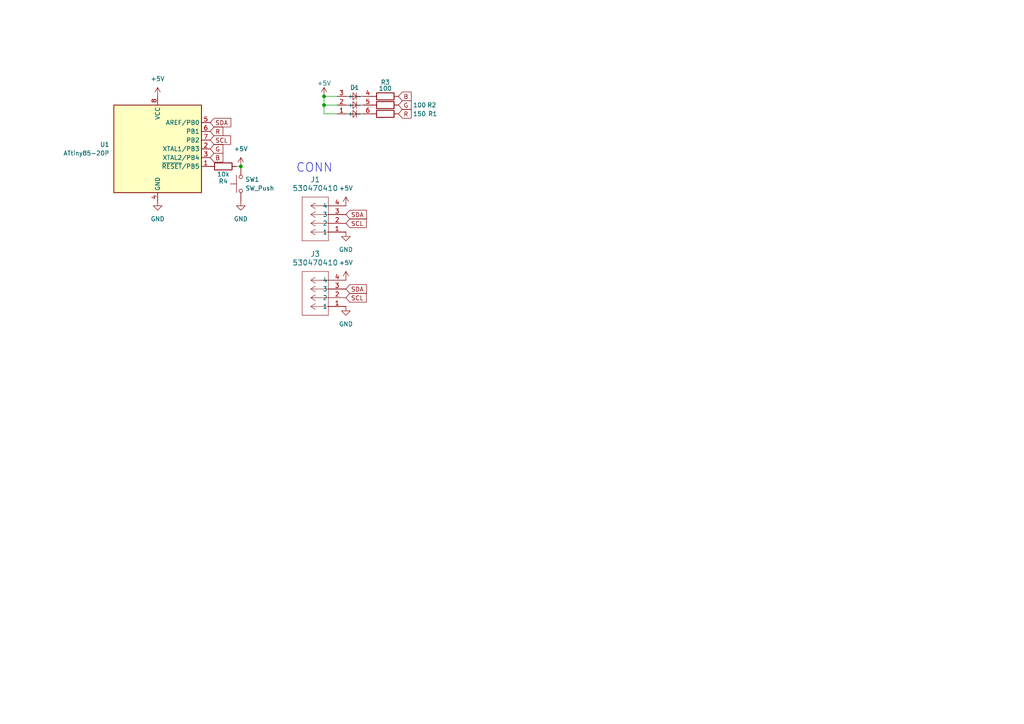
<source format=kicad_sch>
(kicad_sch
	(version 20250114)
	(generator "eeschema")
	(generator_version "9.0")
	(uuid "c44f5839-ac7a-4032-b822-4da467f6f6b5")
	(paper "A4")
	(lib_symbols
		(symbol "CONN04_530470410_MOL:530470410"
			(pin_names
				(offset 0.254)
			)
			(exclude_from_sim no)
			(in_bom yes)
			(on_board yes)
			(property "Reference" "J"
				(at 8.89 6.35 0)
				(effects
					(font
						(size 1.524 1.524)
					)
				)
			)
			(property "Value" "530470410"
				(at 0 0 0)
				(effects
					(font
						(size 1.524 1.524)
					)
				)
			)
			(property "Footprint" "CONN04_530470410_MOL"
				(at 0 0 0)
				(effects
					(font
						(size 1.27 1.27)
						(italic yes)
					)
					(hide yes)
				)
			)
			(property "Datasheet" "530470410"
				(at 0 0 0)
				(effects
					(font
						(size 1.27 1.27)
						(italic yes)
					)
					(hide yes)
				)
			)
			(property "Description" ""
				(at 0 0 0)
				(effects
					(font
						(size 1.27 1.27)
					)
					(hide yes)
				)
			)
			(property "ki_locked" ""
				(at 0 0 0)
				(effects
					(font
						(size 1.27 1.27)
					)
				)
			)
			(property "ki_keywords" "530470410"
				(at 0 0 0)
				(effects
					(font
						(size 1.27 1.27)
					)
					(hide yes)
				)
			)
			(property "ki_fp_filters" "CONN04_530470410_MOL"
				(at 0 0 0)
				(effects
					(font
						(size 1.27 1.27)
					)
					(hide yes)
				)
			)
			(symbol "530470410_1_1"
				(polyline
					(pts
						(xy 5.08 2.54) (xy 5.08 -10.16)
					)
					(stroke
						(width 0.127)
						(type default)
					)
					(fill
						(type none)
					)
				)
				(polyline
					(pts
						(xy 5.08 -10.16) (xy 12.7 -10.16)
					)
					(stroke
						(width 0.127)
						(type default)
					)
					(fill
						(type none)
					)
				)
				(polyline
					(pts
						(xy 10.16 0) (xy 5.08 0)
					)
					(stroke
						(width 0.127)
						(type default)
					)
					(fill
						(type none)
					)
				)
				(polyline
					(pts
						(xy 10.16 0) (xy 8.89 0.8467)
					)
					(stroke
						(width 0.127)
						(type default)
					)
					(fill
						(type none)
					)
				)
				(polyline
					(pts
						(xy 10.16 0) (xy 8.89 -0.8467)
					)
					(stroke
						(width 0.127)
						(type default)
					)
					(fill
						(type none)
					)
				)
				(polyline
					(pts
						(xy 10.16 -2.54) (xy 5.08 -2.54)
					)
					(stroke
						(width 0.127)
						(type default)
					)
					(fill
						(type none)
					)
				)
				(polyline
					(pts
						(xy 10.16 -2.54) (xy 8.89 -1.6933)
					)
					(stroke
						(width 0.127)
						(type default)
					)
					(fill
						(type none)
					)
				)
				(polyline
					(pts
						(xy 10.16 -2.54) (xy 8.89 -3.3867)
					)
					(stroke
						(width 0.127)
						(type default)
					)
					(fill
						(type none)
					)
				)
				(polyline
					(pts
						(xy 10.16 -5.08) (xy 5.08 -5.08)
					)
					(stroke
						(width 0.127)
						(type default)
					)
					(fill
						(type none)
					)
				)
				(polyline
					(pts
						(xy 10.16 -5.08) (xy 8.89 -4.2333)
					)
					(stroke
						(width 0.127)
						(type default)
					)
					(fill
						(type none)
					)
				)
				(polyline
					(pts
						(xy 10.16 -5.08) (xy 8.89 -5.9267)
					)
					(stroke
						(width 0.127)
						(type default)
					)
					(fill
						(type none)
					)
				)
				(polyline
					(pts
						(xy 10.16 -7.62) (xy 5.08 -7.62)
					)
					(stroke
						(width 0.127)
						(type default)
					)
					(fill
						(type none)
					)
				)
				(polyline
					(pts
						(xy 10.16 -7.62) (xy 8.89 -6.7733)
					)
					(stroke
						(width 0.127)
						(type default)
					)
					(fill
						(type none)
					)
				)
				(polyline
					(pts
						(xy 10.16 -7.62) (xy 8.89 -8.4667)
					)
					(stroke
						(width 0.127)
						(type default)
					)
					(fill
						(type none)
					)
				)
				(polyline
					(pts
						(xy 12.7 2.54) (xy 5.08 2.54)
					)
					(stroke
						(width 0.127)
						(type default)
					)
					(fill
						(type none)
					)
				)
				(polyline
					(pts
						(xy 12.7 -10.16) (xy 12.7 2.54)
					)
					(stroke
						(width 0.127)
						(type default)
					)
					(fill
						(type none)
					)
				)
				(pin unspecified line
					(at 0 0 0)
					(length 5.08)
					(name "1"
						(effects
							(font
								(size 1.27 1.27)
							)
						)
					)
					(number "1"
						(effects
							(font
								(size 1.27 1.27)
							)
						)
					)
				)
				(pin unspecified line
					(at 0 -2.54 0)
					(length 5.08)
					(name "2"
						(effects
							(font
								(size 1.27 1.27)
							)
						)
					)
					(number "2"
						(effects
							(font
								(size 1.27 1.27)
							)
						)
					)
				)
				(pin unspecified line
					(at 0 -5.08 0)
					(length 5.08)
					(name "3"
						(effects
							(font
								(size 1.27 1.27)
							)
						)
					)
					(number "3"
						(effects
							(font
								(size 1.27 1.27)
							)
						)
					)
				)
				(pin unspecified line
					(at 0 -7.62 0)
					(length 5.08)
					(name "4"
						(effects
							(font
								(size 1.27 1.27)
							)
						)
					)
					(number "4"
						(effects
							(font
								(size 1.27 1.27)
							)
						)
					)
				)
			)
			(symbol "530470410_1_2"
				(polyline
					(pts
						(xy 5.08 2.54) (xy 5.08 -10.16)
					)
					(stroke
						(width 0.127)
						(type default)
					)
					(fill
						(type none)
					)
				)
				(polyline
					(pts
						(xy 5.08 -10.16) (xy 12.7 -10.16)
					)
					(stroke
						(width 0.127)
						(type default)
					)
					(fill
						(type none)
					)
				)
				(polyline
					(pts
						(xy 7.62 0) (xy 5.08 0)
					)
					(stroke
						(width 0.127)
						(type default)
					)
					(fill
						(type none)
					)
				)
				(polyline
					(pts
						(xy 7.62 0) (xy 8.89 0.8467)
					)
					(stroke
						(width 0.127)
						(type default)
					)
					(fill
						(type none)
					)
				)
				(polyline
					(pts
						(xy 7.62 0) (xy 8.89 -0.8467)
					)
					(stroke
						(width 0.127)
						(type default)
					)
					(fill
						(type none)
					)
				)
				(polyline
					(pts
						(xy 7.62 -2.54) (xy 5.08 -2.54)
					)
					(stroke
						(width 0.127)
						(type default)
					)
					(fill
						(type none)
					)
				)
				(polyline
					(pts
						(xy 7.62 -2.54) (xy 8.89 -1.6933)
					)
					(stroke
						(width 0.127)
						(type default)
					)
					(fill
						(type none)
					)
				)
				(polyline
					(pts
						(xy 7.62 -2.54) (xy 8.89 -3.3867)
					)
					(stroke
						(width 0.127)
						(type default)
					)
					(fill
						(type none)
					)
				)
				(polyline
					(pts
						(xy 7.62 -5.08) (xy 5.08 -5.08)
					)
					(stroke
						(width 0.127)
						(type default)
					)
					(fill
						(type none)
					)
				)
				(polyline
					(pts
						(xy 7.62 -5.08) (xy 8.89 -4.2333)
					)
					(stroke
						(width 0.127)
						(type default)
					)
					(fill
						(type none)
					)
				)
				(polyline
					(pts
						(xy 7.62 -5.08) (xy 8.89 -5.9267)
					)
					(stroke
						(width 0.127)
						(type default)
					)
					(fill
						(type none)
					)
				)
				(polyline
					(pts
						(xy 7.62 -7.62) (xy 5.08 -7.62)
					)
					(stroke
						(width 0.127)
						(type default)
					)
					(fill
						(type none)
					)
				)
				(polyline
					(pts
						(xy 7.62 -7.62) (xy 8.89 -6.7733)
					)
					(stroke
						(width 0.127)
						(type default)
					)
					(fill
						(type none)
					)
				)
				(polyline
					(pts
						(xy 7.62 -7.62) (xy 8.89 -8.4667)
					)
					(stroke
						(width 0.127)
						(type default)
					)
					(fill
						(type none)
					)
				)
				(polyline
					(pts
						(xy 12.7 2.54) (xy 5.08 2.54)
					)
					(stroke
						(width 0.127)
						(type default)
					)
					(fill
						(type none)
					)
				)
				(polyline
					(pts
						(xy 12.7 -10.16) (xy 12.7 2.54)
					)
					(stroke
						(width 0.127)
						(type default)
					)
					(fill
						(type none)
					)
				)
				(pin unspecified line
					(at 0 0 0)
					(length 5.08)
					(name "1"
						(effects
							(font
								(size 1.27 1.27)
							)
						)
					)
					(number "1"
						(effects
							(font
								(size 1.27 1.27)
							)
						)
					)
				)
				(pin unspecified line
					(at 0 -2.54 0)
					(length 5.08)
					(name "2"
						(effects
							(font
								(size 1.27 1.27)
							)
						)
					)
					(number "2"
						(effects
							(font
								(size 1.27 1.27)
							)
						)
					)
				)
				(pin unspecified line
					(at 0 -5.08 0)
					(length 5.08)
					(name "3"
						(effects
							(font
								(size 1.27 1.27)
							)
						)
					)
					(number "3"
						(effects
							(font
								(size 1.27 1.27)
							)
						)
					)
				)
				(pin unspecified line
					(at 0 -7.62 0)
					(length 5.08)
					(name "4"
						(effects
							(font
								(size 1.27 1.27)
							)
						)
					)
					(number "4"
						(effects
							(font
								(size 1.27 1.27)
							)
						)
					)
				)
			)
			(embedded_fonts no)
		)
		(symbol "Device:R"
			(pin_numbers
				(hide yes)
			)
			(pin_names
				(offset 0)
			)
			(exclude_from_sim no)
			(in_bom yes)
			(on_board yes)
			(property "Reference" "R"
				(at 2.032 0 90)
				(effects
					(font
						(size 1.27 1.27)
					)
				)
			)
			(property "Value" "R"
				(at 0 0 90)
				(effects
					(font
						(size 1.27 1.27)
					)
				)
			)
			(property "Footprint" ""
				(at -1.778 0 90)
				(effects
					(font
						(size 1.27 1.27)
					)
					(hide yes)
				)
			)
			(property "Datasheet" "~"
				(at 0 0 0)
				(effects
					(font
						(size 1.27 1.27)
					)
					(hide yes)
				)
			)
			(property "Description" "Resistor"
				(at 0 0 0)
				(effects
					(font
						(size 1.27 1.27)
					)
					(hide yes)
				)
			)
			(property "ki_keywords" "R res resistor"
				(at 0 0 0)
				(effects
					(font
						(size 1.27 1.27)
					)
					(hide yes)
				)
			)
			(property "ki_fp_filters" "R_*"
				(at 0 0 0)
				(effects
					(font
						(size 1.27 1.27)
					)
					(hide yes)
				)
			)
			(symbol "R_0_1"
				(rectangle
					(start -1.016 -2.54)
					(end 1.016 2.54)
					(stroke
						(width 0.254)
						(type default)
					)
					(fill
						(type none)
					)
				)
			)
			(symbol "R_1_1"
				(pin passive line
					(at 0 3.81 270)
					(length 1.27)
					(name "~"
						(effects
							(font
								(size 1.27 1.27)
							)
						)
					)
					(number "1"
						(effects
							(font
								(size 1.27 1.27)
							)
						)
					)
				)
				(pin passive line
					(at 0 -3.81 90)
					(length 1.27)
					(name "~"
						(effects
							(font
								(size 1.27 1.27)
							)
						)
					)
					(number "2"
						(effects
							(font
								(size 1.27 1.27)
							)
						)
					)
				)
			)
			(embedded_fonts no)
		)
		(symbol "MCU_Microchip_ATtiny:ATtiny85-20P"
			(exclude_from_sim no)
			(in_bom yes)
			(on_board yes)
			(property "Reference" "U"
				(at -12.7 13.97 0)
				(effects
					(font
						(size 1.27 1.27)
					)
					(justify left bottom)
				)
			)
			(property "Value" "ATtiny85-20P"
				(at 2.54 -13.97 0)
				(effects
					(font
						(size 1.27 1.27)
					)
					(justify left top)
				)
			)
			(property "Footprint" "Package_DIP:DIP-8_W7.62mm"
				(at 0 0 0)
				(effects
					(font
						(size 1.27 1.27)
						(italic yes)
					)
					(hide yes)
				)
			)
			(property "Datasheet" "http://ww1.microchip.com/downloads/en/DeviceDoc/atmel-2586-avr-8-bit-microcontroller-attiny25-attiny45-attiny85_datasheet.pdf"
				(at 0 0 0)
				(effects
					(font
						(size 1.27 1.27)
					)
					(hide yes)
				)
			)
			(property "Description" "20MHz, 8kB Flash, 512B SRAM, 512B EEPROM, debugWIRE, DIP-8"
				(at 0 0 0)
				(effects
					(font
						(size 1.27 1.27)
					)
					(hide yes)
				)
			)
			(property "ki_keywords" "AVR 8bit Microcontroller tinyAVR"
				(at 0 0 0)
				(effects
					(font
						(size 1.27 1.27)
					)
					(hide yes)
				)
			)
			(property "ki_fp_filters" "DIP*W7.62mm*"
				(at 0 0 0)
				(effects
					(font
						(size 1.27 1.27)
					)
					(hide yes)
				)
			)
			(symbol "ATtiny85-20P_0_1"
				(rectangle
					(start -12.7 -12.7)
					(end 12.7 12.7)
					(stroke
						(width 0.254)
						(type default)
					)
					(fill
						(type background)
					)
				)
			)
			(symbol "ATtiny85-20P_1_1"
				(pin power_in line
					(at 0 15.24 270)
					(length 2.54)
					(name "VCC"
						(effects
							(font
								(size 1.27 1.27)
							)
						)
					)
					(number "8"
						(effects
							(font
								(size 1.27 1.27)
							)
						)
					)
				)
				(pin power_in line
					(at 0 -15.24 90)
					(length 2.54)
					(name "GND"
						(effects
							(font
								(size 1.27 1.27)
							)
						)
					)
					(number "4"
						(effects
							(font
								(size 1.27 1.27)
							)
						)
					)
				)
				(pin bidirectional line
					(at 15.24 7.62 180)
					(length 2.54)
					(name "AREF/PB0"
						(effects
							(font
								(size 1.27 1.27)
							)
						)
					)
					(number "5"
						(effects
							(font
								(size 1.27 1.27)
							)
						)
					)
				)
				(pin bidirectional line
					(at 15.24 5.08 180)
					(length 2.54)
					(name "PB1"
						(effects
							(font
								(size 1.27 1.27)
							)
						)
					)
					(number "6"
						(effects
							(font
								(size 1.27 1.27)
							)
						)
					)
				)
				(pin bidirectional line
					(at 15.24 2.54 180)
					(length 2.54)
					(name "PB2"
						(effects
							(font
								(size 1.27 1.27)
							)
						)
					)
					(number "7"
						(effects
							(font
								(size 1.27 1.27)
							)
						)
					)
				)
				(pin bidirectional line
					(at 15.24 0 180)
					(length 2.54)
					(name "XTAL1/PB3"
						(effects
							(font
								(size 1.27 1.27)
							)
						)
					)
					(number "2"
						(effects
							(font
								(size 1.27 1.27)
							)
						)
					)
				)
				(pin bidirectional line
					(at 15.24 -2.54 180)
					(length 2.54)
					(name "XTAL2/PB4"
						(effects
							(font
								(size 1.27 1.27)
							)
						)
					)
					(number "3"
						(effects
							(font
								(size 1.27 1.27)
							)
						)
					)
				)
				(pin bidirectional line
					(at 15.24 -5.08 180)
					(length 2.54)
					(name "~{RESET}/PB5"
						(effects
							(font
								(size 1.27 1.27)
							)
						)
					)
					(number "1"
						(effects
							(font
								(size 1.27 1.27)
							)
						)
					)
				)
			)
			(embedded_fonts no)
		)
		(symbol "Switch:SW_Push"
			(pin_numbers
				(hide yes)
			)
			(pin_names
				(offset 1.016)
				(hide yes)
			)
			(exclude_from_sim no)
			(in_bom yes)
			(on_board yes)
			(property "Reference" "SW"
				(at 1.27 2.54 0)
				(effects
					(font
						(size 1.27 1.27)
					)
					(justify left)
				)
			)
			(property "Value" "SW_Push"
				(at 0 -1.524 0)
				(effects
					(font
						(size 1.27 1.27)
					)
				)
			)
			(property "Footprint" ""
				(at 0 5.08 0)
				(effects
					(font
						(size 1.27 1.27)
					)
					(hide yes)
				)
			)
			(property "Datasheet" "~"
				(at 0 5.08 0)
				(effects
					(font
						(size 1.27 1.27)
					)
					(hide yes)
				)
			)
			(property "Description" "Push button switch, generic, two pins"
				(at 0 0 0)
				(effects
					(font
						(size 1.27 1.27)
					)
					(hide yes)
				)
			)
			(property "ki_keywords" "switch normally-open pushbutton push-button"
				(at 0 0 0)
				(effects
					(font
						(size 1.27 1.27)
					)
					(hide yes)
				)
			)
			(symbol "SW_Push_0_1"
				(circle
					(center -2.032 0)
					(radius 0.508)
					(stroke
						(width 0)
						(type default)
					)
					(fill
						(type none)
					)
				)
				(polyline
					(pts
						(xy 0 1.27) (xy 0 3.048)
					)
					(stroke
						(width 0)
						(type default)
					)
					(fill
						(type none)
					)
				)
				(circle
					(center 2.032 0)
					(radius 0.508)
					(stroke
						(width 0)
						(type default)
					)
					(fill
						(type none)
					)
				)
				(polyline
					(pts
						(xy 2.54 1.27) (xy -2.54 1.27)
					)
					(stroke
						(width 0)
						(type default)
					)
					(fill
						(type none)
					)
				)
				(pin passive line
					(at -5.08 0 0)
					(length 2.54)
					(name "1"
						(effects
							(font
								(size 1.27 1.27)
							)
						)
					)
					(number "1"
						(effects
							(font
								(size 1.27 1.27)
							)
						)
					)
				)
				(pin passive line
					(at 5.08 0 180)
					(length 2.54)
					(name "2"
						(effects
							(font
								(size 1.27 1.27)
							)
						)
					)
					(number "2"
						(effects
							(font
								(size 1.27 1.27)
							)
						)
					)
				)
			)
			(embedded_fonts no)
		)
		(symbol "power:+5V"
			(power)
			(pin_numbers
				(hide yes)
			)
			(pin_names
				(offset 0)
				(hide yes)
			)
			(exclude_from_sim no)
			(in_bom yes)
			(on_board yes)
			(property "Reference" "#PWR"
				(at 0 -3.81 0)
				(effects
					(font
						(size 1.27 1.27)
					)
					(hide yes)
				)
			)
			(property "Value" "+5V"
				(at 0 3.556 0)
				(effects
					(font
						(size 1.27 1.27)
					)
				)
			)
			(property "Footprint" ""
				(at 0 0 0)
				(effects
					(font
						(size 1.27 1.27)
					)
					(hide yes)
				)
			)
			(property "Datasheet" ""
				(at 0 0 0)
				(effects
					(font
						(size 1.27 1.27)
					)
					(hide yes)
				)
			)
			(property "Description" "Power symbol creates a global label with name \"+5V\""
				(at 0 0 0)
				(effects
					(font
						(size 1.27 1.27)
					)
					(hide yes)
				)
			)
			(property "ki_keywords" "global power"
				(at 0 0 0)
				(effects
					(font
						(size 1.27 1.27)
					)
					(hide yes)
				)
			)
			(symbol "+5V_0_1"
				(polyline
					(pts
						(xy -0.762 1.27) (xy 0 2.54)
					)
					(stroke
						(width 0)
						(type default)
					)
					(fill
						(type none)
					)
				)
				(polyline
					(pts
						(xy 0 2.54) (xy 0.762 1.27)
					)
					(stroke
						(width 0)
						(type default)
					)
					(fill
						(type none)
					)
				)
				(polyline
					(pts
						(xy 0 0) (xy 0 2.54)
					)
					(stroke
						(width 0)
						(type default)
					)
					(fill
						(type none)
					)
				)
			)
			(symbol "+5V_1_1"
				(pin power_in line
					(at 0 0 90)
					(length 0)
					(name "~"
						(effects
							(font
								(size 1.27 1.27)
							)
						)
					)
					(number "1"
						(effects
							(font
								(size 1.27 1.27)
							)
						)
					)
				)
			)
			(embedded_fonts no)
		)
		(symbol "power:GND"
			(power)
			(pin_numbers
				(hide yes)
			)
			(pin_names
				(offset 0)
				(hide yes)
			)
			(exclude_from_sim no)
			(in_bom yes)
			(on_board yes)
			(property "Reference" "#PWR"
				(at 0 -6.35 0)
				(effects
					(font
						(size 1.27 1.27)
					)
					(hide yes)
				)
			)
			(property "Value" "GND"
				(at 0 -3.81 0)
				(effects
					(font
						(size 1.27 1.27)
					)
				)
			)
			(property "Footprint" ""
				(at 0 0 0)
				(effects
					(font
						(size 1.27 1.27)
					)
					(hide yes)
				)
			)
			(property "Datasheet" ""
				(at 0 0 0)
				(effects
					(font
						(size 1.27 1.27)
					)
					(hide yes)
				)
			)
			(property "Description" "Power symbol creates a global label with name \"GND\" , ground"
				(at 0 0 0)
				(effects
					(font
						(size 1.27 1.27)
					)
					(hide yes)
				)
			)
			(property "ki_keywords" "global power"
				(at 0 0 0)
				(effects
					(font
						(size 1.27 1.27)
					)
					(hide yes)
				)
			)
			(symbol "GND_0_1"
				(polyline
					(pts
						(xy 0 0) (xy 0 -1.27) (xy 1.27 -1.27) (xy 0 -2.54) (xy -1.27 -1.27) (xy 0 -1.27)
					)
					(stroke
						(width 0)
						(type default)
					)
					(fill
						(type none)
					)
				)
			)
			(symbol "GND_1_1"
				(pin power_in line
					(at 0 0 270)
					(length 0)
					(name "~"
						(effects
							(font
								(size 1.27 1.27)
							)
						)
					)
					(number "1"
						(effects
							(font
								(size 1.27 1.27)
							)
						)
					)
				)
			)
			(embedded_fonts no)
		)
		(symbol "rgb_led:rgb_led"
			(exclude_from_sim no)
			(in_bom yes)
			(on_board yes)
			(property "Reference" "D"
				(at 0 0 0)
				(effects
					(font
						(size 1.27 1.27)
					)
				)
			)
			(property "Value" ""
				(at 0 0 0)
				(effects
					(font
						(size 1.27 1.27)
					)
				)
			)
			(property "Footprint" ""
				(at 0 0 0)
				(effects
					(font
						(size 1.27 1.27)
					)
					(hide yes)
				)
			)
			(property "Datasheet" ""
				(at 0 0 0)
				(effects
					(font
						(size 1.27 1.27)
					)
					(hide yes)
				)
			)
			(property "Description" ""
				(at 0 0 0)
				(effects
					(font
						(size 1.27 1.27)
					)
					(hide yes)
				)
			)
			(symbol "rgb_led_0_1"
				(polyline
					(pts
						(xy -2.54 2.54) (xy 2.54 2.54)
					)
					(stroke
						(width 0)
						(type default)
					)
					(fill
						(type none)
					)
				)
				(polyline
					(pts
						(xy -2.54 0) (xy 2.54 0)
					)
					(stroke
						(width 0)
						(type default)
					)
					(fill
						(type none)
					)
				)
				(polyline
					(pts
						(xy -2.54 -2.54) (xy 2.54 -2.54)
					)
					(stroke
						(width 0)
						(type default)
					)
					(fill
						(type none)
					)
				)
				(polyline
					(pts
						(xy 0.508 3.556) (xy 0.508 1.524)
					)
					(stroke
						(width 0)
						(type default)
					)
					(fill
						(type none)
					)
				)
				(polyline
					(pts
						(xy 0.508 2.54) (xy -0.508 3.556) (xy -0.508 1.524) (xy 0.508 2.54)
					)
					(stroke
						(width 0)
						(type default)
					)
					(fill
						(type none)
					)
				)
				(polyline
					(pts
						(xy 0.508 1.016) (xy 0.508 -1.016)
					)
					(stroke
						(width 0)
						(type default)
					)
					(fill
						(type none)
					)
				)
				(polyline
					(pts
						(xy 0.508 0) (xy -0.508 1.016) (xy -0.508 -1.016) (xy 0.508 0)
					)
					(stroke
						(width 0)
						(type default)
					)
					(fill
						(type none)
					)
				)
				(polyline
					(pts
						(xy 0.508 -1.524) (xy 0.508 -3.556)
					)
					(stroke
						(width 0)
						(type default)
					)
					(fill
						(type none)
					)
				)
				(polyline
					(pts
						(xy 0.508 -2.54) (xy -0.508 -1.524) (xy -0.508 -3.302) (xy -0.508 -3.556) (xy 0.508 -2.54)
					)
					(stroke
						(width 0)
						(type default)
					)
					(fill
						(type none)
					)
				)
			)
			(symbol "rgb_led_1_1"
				(pin input line
					(at -5.08 2.54 0)
					(length 2.54)
					(name "+"
						(effects
							(font
								(size 1.27 1.27)
							)
						)
					)
					(number "3"
						(effects
							(font
								(size 1.27 1.27)
							)
						)
					)
				)
				(pin input line
					(at -5.08 0 0)
					(length 2.54)
					(name "+"
						(effects
							(font
								(size 1.27 1.27)
							)
						)
					)
					(number "2"
						(effects
							(font
								(size 1.27 1.27)
							)
						)
					)
				)
				(pin input line
					(at -5.08 -2.54 0)
					(length 2.54)
					(name "+"
						(effects
							(font
								(size 1.27 1.27)
							)
						)
					)
					(number "1"
						(effects
							(font
								(size 1.27 1.27)
							)
						)
					)
				)
				(pin output line
					(at 5.08 2.54 180)
					(length 2.54)
					(name "-"
						(effects
							(font
								(size 1.27 1.27)
							)
						)
					)
					(number "4"
						(effects
							(font
								(size 1.27 1.27)
							)
						)
					)
				)
				(pin output line
					(at 5.08 0 180)
					(length 2.54)
					(name "-"
						(effects
							(font
								(size 1.27 1.27)
							)
						)
					)
					(number "5"
						(effects
							(font
								(size 1.27 1.27)
							)
						)
					)
				)
				(pin output line
					(at 5.08 -2.54 180)
					(length 2.54)
					(name "-"
						(effects
							(font
								(size 1.27 1.27)
							)
						)
					)
					(number "6"
						(effects
							(font
								(size 1.27 1.27)
							)
						)
					)
				)
			)
			(embedded_fonts no)
		)
	)
	(text "CONN"
		(exclude_from_sim no)
		(at 91.186 48.768 0)
		(effects
			(font
				(size 2.54 2.54)
			)
		)
		(uuid "39943455-8994-4ebc-afe1-8d06f3c50f77")
	)
	(junction
		(at 69.85 48.26)
		(diameter 0)
		(color 0 0 0 0)
		(uuid "76fdca5e-7284-4770-8c2f-03983159b5ab")
	)
	(junction
		(at 93.98 30.48)
		(diameter 0)
		(color 0 0 0 0)
		(uuid "aff8f2ab-fed7-44be-a85a-d872af351170")
	)
	(junction
		(at 93.98 27.94)
		(diameter 0)
		(color 0 0 0 0)
		(uuid "dcfea65e-bb12-4686-9170-07db1e00242a")
	)
	(wire
		(pts
			(xy 93.98 27.94) (xy 93.98 30.48)
		)
		(stroke
			(width 0)
			(type default)
		)
		(uuid "0126c1aa-c4c1-46c9-a68e-61030036f1c5")
	)
	(wire
		(pts
			(xy 93.98 30.48) (xy 97.79 30.48)
		)
		(stroke
			(width 0)
			(type default)
		)
		(uuid "28542ab8-6c2a-41cf-a81b-b43f84c51f2d")
	)
	(wire
		(pts
			(xy 93.98 27.94) (xy 97.79 27.94)
		)
		(stroke
			(width 0)
			(type default)
		)
		(uuid "799158af-dbb4-4236-a61c-a54fe9827983")
	)
	(wire
		(pts
			(xy 69.85 48.26) (xy 68.58 48.26)
		)
		(stroke
			(width 0)
			(type default)
		)
		(uuid "aefbbd59-bdd0-4483-a50a-420cf9f904b0")
	)
	(wire
		(pts
			(xy 93.98 30.48) (xy 93.98 33.02)
		)
		(stroke
			(width 0)
			(type default)
		)
		(uuid "b88db7d0-427a-46ed-969c-b5c5ac8e1bea")
	)
	(wire
		(pts
			(xy 93.98 33.02) (xy 97.79 33.02)
		)
		(stroke
			(width 0)
			(type default)
		)
		(uuid "d00ade80-de82-4439-87a8-bf9cdafda1f7")
	)
	(global_label "SCL"
		(shape input)
		(at 60.96 40.64 0)
		(fields_autoplaced yes)
		(effects
			(font
				(size 1.27 1.27)
			)
			(justify left)
		)
		(uuid "19d48a8f-65a7-4fd8-a8f0-aa9564d46b2d")
		(property "Intersheetrefs" "${INTERSHEET_REFS}"
			(at 67.4528 40.64 0)
			(effects
				(font
					(size 1.27 1.27)
				)
				(justify left)
				(hide yes)
			)
		)
	)
	(global_label "R"
		(shape input)
		(at 60.96 38.1 0)
		(fields_autoplaced yes)
		(effects
			(font
				(size 1.27 1.27)
			)
			(justify left)
		)
		(uuid "27ef01c1-00a4-4a24-b952-473e2cb2c08f")
		(property "Intersheetrefs" "${INTERSHEET_REFS}"
			(at 65.2152 38.1 0)
			(effects
				(font
					(size 1.27 1.27)
				)
				(justify left)
				(hide yes)
			)
		)
	)
	(global_label "SDA"
		(shape input)
		(at 60.96 35.56 0)
		(fields_autoplaced yes)
		(effects
			(font
				(size 1.27 1.27)
			)
			(justify left)
		)
		(uuid "339c61a7-b0ff-4de2-a9aa-7e637ecc5c13")
		(property "Intersheetrefs" "${INTERSHEET_REFS}"
			(at 67.5133 35.56 0)
			(effects
				(font
					(size 1.27 1.27)
				)
				(justify left)
				(hide yes)
			)
		)
	)
	(global_label "B"
		(shape input)
		(at 60.96 45.72 0)
		(fields_autoplaced yes)
		(effects
			(font
				(size 1.27 1.27)
			)
			(justify left)
		)
		(uuid "62d0fe7b-7a1c-4180-bc21-2ba8f0c28340")
		(property "Intersheetrefs" "${INTERSHEET_REFS}"
			(at 65.2152 45.72 0)
			(effects
				(font
					(size 1.27 1.27)
				)
				(justify left)
				(hide yes)
			)
		)
	)
	(global_label "SCL"
		(shape input)
		(at 100.33 64.77 0)
		(fields_autoplaced yes)
		(effects
			(font
				(size 1.27 1.27)
			)
			(justify left)
		)
		(uuid "65b58f12-120e-43b0-bfd4-0f183b9a14a9")
		(property "Intersheetrefs" "${INTERSHEET_REFS}"
			(at 106.8228 64.77 0)
			(effects
				(font
					(size 1.27 1.27)
				)
				(justify left)
				(hide yes)
			)
		)
	)
	(global_label "SDA"
		(shape input)
		(at 100.33 62.23 0)
		(fields_autoplaced yes)
		(effects
			(font
				(size 1.27 1.27)
			)
			(justify left)
		)
		(uuid "68c746da-239c-4803-a04b-170b4ca41f92")
		(property "Intersheetrefs" "${INTERSHEET_REFS}"
			(at 106.8833 62.23 0)
			(effects
				(font
					(size 1.27 1.27)
				)
				(justify left)
				(hide yes)
			)
		)
	)
	(global_label "SDA"
		(shape input)
		(at 100.33 83.82 0)
		(fields_autoplaced yes)
		(effects
			(font
				(size 1.27 1.27)
			)
			(justify left)
		)
		(uuid "843d7eee-f674-4d91-98d6-2bd9ae768e3d")
		(property "Intersheetrefs" "${INTERSHEET_REFS}"
			(at 106.8833 83.82 0)
			(effects
				(font
					(size 1.27 1.27)
				)
				(justify left)
				(hide yes)
			)
		)
	)
	(global_label "B"
		(shape input)
		(at 115.57 27.94 0)
		(fields_autoplaced yes)
		(effects
			(font
				(size 1.27 1.27)
			)
			(justify left)
		)
		(uuid "854bc49b-37ca-4dab-97f6-54f8c4e5a94a")
		(property "Intersheetrefs" "${INTERSHEET_REFS}"
			(at 119.8252 27.94 0)
			(effects
				(font
					(size 1.27 1.27)
				)
				(justify left)
				(hide yes)
			)
		)
	)
	(global_label "G"
		(shape input)
		(at 115.57 30.48 0)
		(fields_autoplaced yes)
		(effects
			(font
				(size 1.27 1.27)
			)
			(justify left)
		)
		(uuid "a37b8437-d213-42e3-81b2-ca6ad5092bc3")
		(property "Intersheetrefs" "${INTERSHEET_REFS}"
			(at 119.8252 30.48 0)
			(effects
				(font
					(size 1.27 1.27)
				)
				(justify left)
				(hide yes)
			)
		)
	)
	(global_label "SCL"
		(shape input)
		(at 100.33 86.36 0)
		(fields_autoplaced yes)
		(effects
			(font
				(size 1.27 1.27)
			)
			(justify left)
		)
		(uuid "b1fdcd9f-e3cf-46bf-b7d1-2fc10c39bd70")
		(property "Intersheetrefs" "${INTERSHEET_REFS}"
			(at 106.8228 86.36 0)
			(effects
				(font
					(size 1.27 1.27)
				)
				(justify left)
				(hide yes)
			)
		)
	)
	(global_label "R"
		(shape input)
		(at 115.57 33.02 0)
		(fields_autoplaced yes)
		(effects
			(font
				(size 1.27 1.27)
			)
			(justify left)
		)
		(uuid "bef5da22-3a05-4e44-8a34-c599508cb941")
		(property "Intersheetrefs" "${INTERSHEET_REFS}"
			(at 119.8252 33.02 0)
			(effects
				(font
					(size 1.27 1.27)
				)
				(justify left)
				(hide yes)
			)
		)
	)
	(global_label "G"
		(shape input)
		(at 60.96 43.18 0)
		(fields_autoplaced yes)
		(effects
			(font
				(size 1.27 1.27)
			)
			(justify left)
		)
		(uuid "d0cf5364-03c0-4890-baa1-fc64dfd615f9")
		(property "Intersheetrefs" "${INTERSHEET_REFS}"
			(at 65.2152 43.18 0)
			(effects
				(font
					(size 1.27 1.27)
				)
				(justify left)
				(hide yes)
			)
		)
	)
	(symbol
		(lib_id "CONN04_530470410_MOL:530470410")
		(at 100.33 67.31 180)
		(unit 1)
		(exclude_from_sim no)
		(in_bom yes)
		(on_board yes)
		(dnp no)
		(fields_autoplaced yes)
		(uuid "245227c2-169a-46b4-8aab-3812ead2e2d7")
		(property "Reference" "J1"
			(at 91.44 52.07 0)
			(effects
				(font
					(size 1.524 1.524)
				)
			)
		)
		(property "Value" "530470410"
			(at 91.44 54.61 0)
			(effects
				(font
					(size 1.524 1.524)
				)
			)
		)
		(property "Footprint" "Connector_Molex:Molex_PicoBlade_53047-0410_1x04_P1.25mm_Vertical"
			(at 100.33 67.31 0)
			(effects
				(font
					(size 1.27 1.27)
					(italic yes)
				)
				(hide yes)
			)
		)
		(property "Datasheet" "530470410"
			(at 100.33 67.31 0)
			(effects
				(font
					(size 1.27 1.27)
					(italic yes)
				)
				(hide yes)
			)
		)
		(property "Description" ""
			(at 100.33 67.31 0)
			(effects
				(font
					(size 1.27 1.27)
				)
				(hide yes)
			)
		)
		(pin "3"
			(uuid "e854b5e4-98e3-4ac1-a010-e480fedcd0f0")
		)
		(pin "4"
			(uuid "66b4da73-3964-4e92-a650-18967a7c049b")
		)
		(pin "2"
			(uuid "cca51f1b-c120-4d82-8db4-e64bce338153")
		)
		(pin "1"
			(uuid "93dfe36a-4101-49b0-9ece-359b7864683a")
		)
		(instances
			(project ""
				(path "/c44f5839-ac7a-4032-b822-4da467f6f6b5"
					(reference "J1")
					(unit 1)
				)
			)
		)
	)
	(symbol
		(lib_id "Device:R")
		(at 111.76 30.48 270)
		(unit 1)
		(exclude_from_sim no)
		(in_bom yes)
		(on_board yes)
		(dnp no)
		(uuid "4c975e52-f46b-41a7-96aa-3992366fba4e")
		(property "Reference" "R2"
			(at 125.222 30.48 90)
			(effects
				(font
					(size 1.27 1.27)
				)
			)
		)
		(property "Value" "100"
			(at 121.666 30.48 90)
			(effects
				(font
					(size 1.27 1.27)
				)
			)
		)
		(property "Footprint" "Resistor_THT:R_Axial_DIN0207_L6.3mm_D2.5mm_P7.62mm_Horizontal"
			(at 111.76 28.702 90)
			(effects
				(font
					(size 1.27 1.27)
				)
				(hide yes)
			)
		)
		(property "Datasheet" "~"
			(at 111.76 30.48 0)
			(effects
				(font
					(size 1.27 1.27)
				)
				(hide yes)
			)
		)
		(property "Description" "Resistor"
			(at 111.76 30.48 0)
			(effects
				(font
					(size 1.27 1.27)
				)
				(hide yes)
			)
		)
		(pin "1"
			(uuid "3aa8fa0a-9e30-4823-9ac9-a69895b1e95d")
		)
		(pin "2"
			(uuid "436939b8-ae87-47e4-9989-4ac6cf9cd831")
		)
		(instances
			(project "RGBW Par"
				(path "/c44f5839-ac7a-4032-b822-4da467f6f6b5"
					(reference "R2")
					(unit 1)
				)
			)
		)
	)
	(symbol
		(lib_id "Device:R")
		(at 111.76 27.94 90)
		(mirror x)
		(unit 1)
		(exclude_from_sim no)
		(in_bom yes)
		(on_board yes)
		(dnp no)
		(uuid "4d8fca9c-abd1-45ed-a080-cf4ed12ab145")
		(property "Reference" "R3"
			(at 111.76 23.876 90)
			(effects
				(font
					(size 1.27 1.27)
				)
			)
		)
		(property "Value" "100"
			(at 111.76 25.654 90)
			(effects
				(font
					(size 1.27 1.27)
				)
			)
		)
		(property "Footprint" "Resistor_THT:R_Axial_DIN0207_L6.3mm_D2.5mm_P7.62mm_Horizontal"
			(at 111.76 26.162 90)
			(effects
				(font
					(size 1.27 1.27)
				)
				(hide yes)
			)
		)
		(property "Datasheet" "~"
			(at 111.76 27.94 0)
			(effects
				(font
					(size 1.27 1.27)
				)
				(hide yes)
			)
		)
		(property "Description" "Resistor"
			(at 111.76 27.94 0)
			(effects
				(font
					(size 1.27 1.27)
				)
				(hide yes)
			)
		)
		(pin "1"
			(uuid "3de6dae3-5e06-4b4d-b3bc-151c860bac40")
		)
		(pin "2"
			(uuid "97a7c70e-6dbe-4cba-98ed-15acd3a343a3")
		)
		(instances
			(project "RGBW Par"
				(path "/c44f5839-ac7a-4032-b822-4da467f6f6b5"
					(reference "R3")
					(unit 1)
				)
			)
		)
	)
	(symbol
		(lib_id "power:+5V")
		(at 100.33 59.69 0)
		(unit 1)
		(exclude_from_sim no)
		(in_bom yes)
		(on_board yes)
		(dnp no)
		(fields_autoplaced yes)
		(uuid "4edb2151-ad83-49d8-973e-9e77c32b4c01")
		(property "Reference" "#PWR02"
			(at 100.33 63.5 0)
			(effects
				(font
					(size 1.27 1.27)
				)
				(hide yes)
			)
		)
		(property "Value" "+5V"
			(at 100.33 54.61 0)
			(effects
				(font
					(size 1.27 1.27)
				)
			)
		)
		(property "Footprint" ""
			(at 100.33 59.69 0)
			(effects
				(font
					(size 1.27 1.27)
				)
				(hide yes)
			)
		)
		(property "Datasheet" ""
			(at 100.33 59.69 0)
			(effects
				(font
					(size 1.27 1.27)
				)
				(hide yes)
			)
		)
		(property "Description" "Power symbol creates a global label with name \"+5V\""
			(at 100.33 59.69 0)
			(effects
				(font
					(size 1.27 1.27)
				)
				(hide yes)
			)
		)
		(pin "1"
			(uuid "fe74ccd7-20d3-4ae4-ab14-02bafe7c7ef8")
		)
		(instances
			(project ""
				(path "/c44f5839-ac7a-4032-b822-4da467f6f6b5"
					(reference "#PWR02")
					(unit 1)
				)
			)
		)
	)
	(symbol
		(lib_id "Switch:SW_Push")
		(at 69.85 53.34 90)
		(unit 1)
		(exclude_from_sim no)
		(in_bom yes)
		(on_board yes)
		(dnp no)
		(fields_autoplaced yes)
		(uuid "704227c7-7f76-4ac2-bc33-1b74d66a411f")
		(property "Reference" "SW1"
			(at 71.12 52.0699 90)
			(effects
				(font
					(size 1.27 1.27)
				)
				(justify right)
			)
		)
		(property "Value" "SW_Push"
			(at 71.12 54.6099 90)
			(effects
				(font
					(size 1.27 1.27)
				)
				(justify right)
			)
		)
		(property "Footprint" "Connector_PinHeader_2.54mm:PinHeader_1x02_P2.54mm_Vertical"
			(at 64.77 53.34 0)
			(effects
				(font
					(size 1.27 1.27)
				)
				(hide yes)
			)
		)
		(property "Datasheet" "~"
			(at 64.77 53.34 0)
			(effects
				(font
					(size 1.27 1.27)
				)
				(hide yes)
			)
		)
		(property "Description" "Push button switch, generic, two pins"
			(at 69.85 53.34 0)
			(effects
				(font
					(size 1.27 1.27)
				)
				(hide yes)
			)
		)
		(pin "1"
			(uuid "695e3c80-b956-4a98-b5b7-a8133c10323f")
		)
		(pin "2"
			(uuid "c74a066a-04b2-4fd9-a5fd-0a0d7bd1841b")
		)
		(instances
			(project ""
				(path "/c44f5839-ac7a-4032-b822-4da467f6f6b5"
					(reference "SW1")
					(unit 1)
				)
			)
		)
	)
	(symbol
		(lib_id "power:+5V")
		(at 93.98 27.94 0)
		(unit 1)
		(exclude_from_sim no)
		(in_bom yes)
		(on_board yes)
		(dnp no)
		(uuid "74596d51-b16d-40d5-ba39-0300fa15963e")
		(property "Reference" "#PWR05"
			(at 93.98 31.75 0)
			(effects
				(font
					(size 1.27 1.27)
				)
				(hide yes)
			)
		)
		(property "Value" "+5V"
			(at 93.98 24.13 0)
			(effects
				(font
					(size 1.27 1.27)
				)
			)
		)
		(property "Footprint" ""
			(at 93.98 27.94 0)
			(effects
				(font
					(size 1.27 1.27)
				)
				(hide yes)
			)
		)
		(property "Datasheet" ""
			(at 93.98 27.94 0)
			(effects
				(font
					(size 1.27 1.27)
				)
				(hide yes)
			)
		)
		(property "Description" "Power symbol creates a global label with name \"+5V\""
			(at 93.98 27.94 0)
			(effects
				(font
					(size 1.27 1.27)
				)
				(hide yes)
			)
		)
		(pin "1"
			(uuid "ba6f8de7-4a5c-4a95-98a4-23cdd66f2f01")
		)
		(instances
			(project "RGBW Par"
				(path "/c44f5839-ac7a-4032-b822-4da467f6f6b5"
					(reference "#PWR05")
					(unit 1)
				)
			)
		)
	)
	(symbol
		(lib_id "CONN04_530470410_MOL:530470410")
		(at 100.33 88.9 180)
		(unit 1)
		(exclude_from_sim no)
		(in_bom yes)
		(on_board yes)
		(dnp no)
		(fields_autoplaced yes)
		(uuid "83997db5-971b-494a-aff0-e56fcb3603e7")
		(property "Reference" "J3"
			(at 91.44 73.66 0)
			(effects
				(font
					(size 1.524 1.524)
				)
			)
		)
		(property "Value" "530470410"
			(at 91.44 76.2 0)
			(effects
				(font
					(size 1.524 1.524)
				)
			)
		)
		(property "Footprint" "Connector_Molex:Molex_PicoBlade_53047-0410_1x04_P1.25mm_Vertical"
			(at 100.33 88.9 0)
			(effects
				(font
					(size 1.27 1.27)
					(italic yes)
				)
				(hide yes)
			)
		)
		(property "Datasheet" "530470410"
			(at 100.33 88.9 0)
			(effects
				(font
					(size 1.27 1.27)
					(italic yes)
				)
				(hide yes)
			)
		)
		(property "Description" ""
			(at 100.33 88.9 0)
			(effects
				(font
					(size 1.27 1.27)
				)
				(hide yes)
			)
		)
		(pin "3"
			(uuid "b001dd5e-82e3-40ce-805d-7dba3c11cf63")
		)
		(pin "4"
			(uuid "47d1f4cc-de9b-4fd5-a3d1-87e4ba705932")
		)
		(pin "2"
			(uuid "a6635327-55f6-4312-be39-d99105831930")
		)
		(pin "1"
			(uuid "55684225-c61a-4eb1-8e0c-3c0a59488f65")
		)
		(instances
			(project "RGBW Par"
				(path "/c44f5839-ac7a-4032-b822-4da467f6f6b5"
					(reference "J3")
					(unit 1)
				)
			)
		)
	)
	(symbol
		(lib_id "Device:R")
		(at 64.77 48.26 90)
		(unit 1)
		(exclude_from_sim no)
		(in_bom yes)
		(on_board yes)
		(dnp no)
		(uuid "9007d3f7-25b0-4f2f-b3c6-c8ed0e26fc30")
		(property "Reference" "R4"
			(at 64.77 52.578 90)
			(effects
				(font
					(size 1.27 1.27)
				)
			)
		)
		(property "Value" "10k"
			(at 64.77 50.546 90)
			(effects
				(font
					(size 1.27 1.27)
				)
			)
		)
		(property "Footprint" "Resistor_THT:R_Axial_DIN0207_L6.3mm_D2.5mm_P7.62mm_Horizontal"
			(at 64.77 50.038 90)
			(effects
				(font
					(size 1.27 1.27)
				)
				(hide yes)
			)
		)
		(property "Datasheet" "~"
			(at 64.77 48.26 0)
			(effects
				(font
					(size 1.27 1.27)
				)
				(hide yes)
			)
		)
		(property "Description" "Resistor"
			(at 64.77 48.26 0)
			(effects
				(font
					(size 1.27 1.27)
				)
				(hide yes)
			)
		)
		(pin "1"
			(uuid "f117ab1c-9df8-4895-87de-8e2ee4fea514")
		)
		(pin "2"
			(uuid "c43d9c23-7d56-4247-bc14-fa4ee936f8f2")
		)
		(instances
			(project ""
				(path "/c44f5839-ac7a-4032-b822-4da467f6f6b5"
					(reference "R4")
					(unit 1)
				)
			)
		)
	)
	(symbol
		(lib_id "power:GND")
		(at 100.33 67.31 0)
		(unit 1)
		(exclude_from_sim no)
		(in_bom yes)
		(on_board yes)
		(dnp no)
		(fields_autoplaced yes)
		(uuid "91e6286d-bd37-40f4-bd5e-00e49208f75d")
		(property "Reference" "#PWR01"
			(at 100.33 73.66 0)
			(effects
				(font
					(size 1.27 1.27)
				)
				(hide yes)
			)
		)
		(property "Value" "GND"
			(at 100.33 72.39 0)
			(effects
				(font
					(size 1.27 1.27)
				)
			)
		)
		(property "Footprint" ""
			(at 100.33 67.31 0)
			(effects
				(font
					(size 1.27 1.27)
				)
				(hide yes)
			)
		)
		(property "Datasheet" ""
			(at 100.33 67.31 0)
			(effects
				(font
					(size 1.27 1.27)
				)
				(hide yes)
			)
		)
		(property "Description" "Power symbol creates a global label with name \"GND\" , ground"
			(at 100.33 67.31 0)
			(effects
				(font
					(size 1.27 1.27)
				)
				(hide yes)
			)
		)
		(pin "1"
			(uuid "643b4cef-9a37-4215-a470-72a4671316a6")
		)
		(instances
			(project ""
				(path "/c44f5839-ac7a-4032-b822-4da467f6f6b5"
					(reference "#PWR01")
					(unit 1)
				)
			)
		)
	)
	(symbol
		(lib_id "Device:R")
		(at 111.76 33.02 270)
		(unit 1)
		(exclude_from_sim no)
		(in_bom yes)
		(on_board yes)
		(dnp no)
		(uuid "958842ee-51f8-4a67-8c97-1d86be4ef86c")
		(property "Reference" "R1"
			(at 125.476 33.02 90)
			(effects
				(font
					(size 1.27 1.27)
				)
			)
		)
		(property "Value" "150"
			(at 121.666 33.02 90)
			(effects
				(font
					(size 1.27 1.27)
				)
			)
		)
		(property "Footprint" "Resistor_THT:R_Axial_DIN0207_L6.3mm_D2.5mm_P7.62mm_Horizontal"
			(at 111.76 31.242 90)
			(effects
				(font
					(size 1.27 1.27)
				)
				(hide yes)
			)
		)
		(property "Datasheet" "~"
			(at 111.76 33.02 0)
			(effects
				(font
					(size 1.27 1.27)
				)
				(hide yes)
			)
		)
		(property "Description" "Resistor"
			(at 111.76 33.02 0)
			(effects
				(font
					(size 1.27 1.27)
				)
				(hide yes)
			)
		)
		(pin "1"
			(uuid "e0749c4b-7418-4881-9182-06b0662c7694")
		)
		(pin "2"
			(uuid "77ccaabb-3ffd-4c6c-975b-40bf72801f5a")
		)
		(instances
			(project ""
				(path "/c44f5839-ac7a-4032-b822-4da467f6f6b5"
					(reference "R1")
					(unit 1)
				)
			)
		)
	)
	(symbol
		(lib_id "power:GND")
		(at 100.33 88.9 0)
		(unit 1)
		(exclude_from_sim no)
		(in_bom yes)
		(on_board yes)
		(dnp no)
		(fields_autoplaced yes)
		(uuid "a208b4b5-79f2-4a49-a61a-c3e37e10bdfe")
		(property "Reference" "#PWR09"
			(at 100.33 95.25 0)
			(effects
				(font
					(size 1.27 1.27)
				)
				(hide yes)
			)
		)
		(property "Value" "GND"
			(at 100.33 93.98 0)
			(effects
				(font
					(size 1.27 1.27)
				)
			)
		)
		(property "Footprint" ""
			(at 100.33 88.9 0)
			(effects
				(font
					(size 1.27 1.27)
				)
				(hide yes)
			)
		)
		(property "Datasheet" ""
			(at 100.33 88.9 0)
			(effects
				(font
					(size 1.27 1.27)
				)
				(hide yes)
			)
		)
		(property "Description" "Power symbol creates a global label with name \"GND\" , ground"
			(at 100.33 88.9 0)
			(effects
				(font
					(size 1.27 1.27)
				)
				(hide yes)
			)
		)
		(pin "1"
			(uuid "3ea8479b-d2a0-4623-972c-c722ac1daaab")
		)
		(instances
			(project "RGBW Par"
				(path "/c44f5839-ac7a-4032-b822-4da467f6f6b5"
					(reference "#PWR09")
					(unit 1)
				)
			)
		)
	)
	(symbol
		(lib_id "power:GND")
		(at 69.85 58.42 0)
		(unit 1)
		(exclude_from_sim no)
		(in_bom yes)
		(on_board yes)
		(dnp no)
		(fields_autoplaced yes)
		(uuid "c7b356db-0a35-492a-b80f-dcb38135a843")
		(property "Reference" "#PWR06"
			(at 69.85 64.77 0)
			(effects
				(font
					(size 1.27 1.27)
				)
				(hide yes)
			)
		)
		(property "Value" "GND"
			(at 69.85 63.5 0)
			(effects
				(font
					(size 1.27 1.27)
				)
			)
		)
		(property "Footprint" ""
			(at 69.85 58.42 0)
			(effects
				(font
					(size 1.27 1.27)
				)
				(hide yes)
			)
		)
		(property "Datasheet" ""
			(at 69.85 58.42 0)
			(effects
				(font
					(size 1.27 1.27)
				)
				(hide yes)
			)
		)
		(property "Description" "Power symbol creates a global label with name \"GND\" , ground"
			(at 69.85 58.42 0)
			(effects
				(font
					(size 1.27 1.27)
				)
				(hide yes)
			)
		)
		(pin "1"
			(uuid "f28be239-bfe9-4e08-8d70-1780c47ae71b")
		)
		(instances
			(project ""
				(path "/c44f5839-ac7a-4032-b822-4da467f6f6b5"
					(reference "#PWR06")
					(unit 1)
				)
			)
		)
	)
	(symbol
		(lib_id "power:+5V")
		(at 100.33 81.28 0)
		(unit 1)
		(exclude_from_sim no)
		(in_bom yes)
		(on_board yes)
		(dnp no)
		(fields_autoplaced yes)
		(uuid "cdeffe8e-778d-45e6-9a24-578fbd802369")
		(property "Reference" "#PWR08"
			(at 100.33 85.09 0)
			(effects
				(font
					(size 1.27 1.27)
				)
				(hide yes)
			)
		)
		(property "Value" "+5V"
			(at 100.33 76.2 0)
			(effects
				(font
					(size 1.27 1.27)
				)
			)
		)
		(property "Footprint" ""
			(at 100.33 81.28 0)
			(effects
				(font
					(size 1.27 1.27)
				)
				(hide yes)
			)
		)
		(property "Datasheet" ""
			(at 100.33 81.28 0)
			(effects
				(font
					(size 1.27 1.27)
				)
				(hide yes)
			)
		)
		(property "Description" "Power symbol creates a global label with name \"+5V\""
			(at 100.33 81.28 0)
			(effects
				(font
					(size 1.27 1.27)
				)
				(hide yes)
			)
		)
		(pin "1"
			(uuid "f8638f47-3ec7-42be-85ab-d564f40eb473")
		)
		(instances
			(project "RGBW Par"
				(path "/c44f5839-ac7a-4032-b822-4da467f6f6b5"
					(reference "#PWR08")
					(unit 1)
				)
			)
		)
	)
	(symbol
		(lib_id "rgb_led:rgb_led")
		(at 102.87 30.48 0)
		(unit 1)
		(exclude_from_sim no)
		(in_bom yes)
		(on_board yes)
		(dnp no)
		(uuid "e151c0c5-d508-4212-8598-87d9a99c130b")
		(property "Reference" "D1"
			(at 102.87 25.4 0)
			(effects
				(font
					(size 1.27 1.27)
				)
			)
		)
		(property "Value" "~"
			(at 102.87 25.4 0)
			(effects
				(font
					(size 1.27 1.27)
				)
			)
		)
		(property "Footprint" "RGB_LED:rgb_led"
			(at 102.87 30.48 0)
			(effects
				(font
					(size 1.27 1.27)
				)
				(hide yes)
			)
		)
		(property "Datasheet" ""
			(at 102.87 30.48 0)
			(effects
				(font
					(size 1.27 1.27)
				)
				(hide yes)
			)
		)
		(property "Description" ""
			(at 102.87 30.48 0)
			(effects
				(font
					(size 1.27 1.27)
				)
				(hide yes)
			)
		)
		(pin "2"
			(uuid "5ef741f1-5276-4294-bf94-de79b500021a")
		)
		(pin "1"
			(uuid "2e8cc93c-0096-4d9a-95a5-bf33cad57a3f")
		)
		(pin "3"
			(uuid "5d1cdf03-9989-4083-ad97-e4f9070cbff7")
		)
		(pin "4"
			(uuid "3fbcdd18-e070-49d7-8814-43afd2d53bbf")
		)
		(pin "5"
			(uuid "a38468a2-4616-4324-bdea-50e2e207c2a0")
		)
		(pin "6"
			(uuid "4c4153c9-6413-4c26-aea6-379eb987ace7")
		)
		(instances
			(project ""
				(path "/c44f5839-ac7a-4032-b822-4da467f6f6b5"
					(reference "D1")
					(unit 1)
				)
			)
		)
	)
	(symbol
		(lib_id "power:+5V")
		(at 69.85 48.26 0)
		(unit 1)
		(exclude_from_sim no)
		(in_bom yes)
		(on_board yes)
		(dnp no)
		(fields_autoplaced yes)
		(uuid "e7358803-b448-4926-a227-46121fa21822")
		(property "Reference" "#PWR07"
			(at 69.85 52.07 0)
			(effects
				(font
					(size 1.27 1.27)
				)
				(hide yes)
			)
		)
		(property "Value" "+5V"
			(at 69.85 43.18 0)
			(effects
				(font
					(size 1.27 1.27)
				)
			)
		)
		(property "Footprint" ""
			(at 69.85 48.26 0)
			(effects
				(font
					(size 1.27 1.27)
				)
				(hide yes)
			)
		)
		(property "Datasheet" ""
			(at 69.85 48.26 0)
			(effects
				(font
					(size 1.27 1.27)
				)
				(hide yes)
			)
		)
		(property "Description" "Power symbol creates a global label with name \"+5V\""
			(at 69.85 48.26 0)
			(effects
				(font
					(size 1.27 1.27)
				)
				(hide yes)
			)
		)
		(pin "1"
			(uuid "ac0c64e7-6a19-437d-97e8-acce2a41bf2b")
		)
		(instances
			(project ""
				(path "/c44f5839-ac7a-4032-b822-4da467f6f6b5"
					(reference "#PWR07")
					(unit 1)
				)
			)
		)
	)
	(symbol
		(lib_id "power:+5V")
		(at 45.72 27.94 0)
		(unit 1)
		(exclude_from_sim no)
		(in_bom yes)
		(on_board yes)
		(dnp no)
		(fields_autoplaced yes)
		(uuid "ef683625-c737-4b8d-b3d9-3ed5332089fc")
		(property "Reference" "#PWR03"
			(at 45.72 31.75 0)
			(effects
				(font
					(size 1.27 1.27)
				)
				(hide yes)
			)
		)
		(property "Value" "+5V"
			(at 45.72 22.86 0)
			(effects
				(font
					(size 1.27 1.27)
				)
			)
		)
		(property "Footprint" ""
			(at 45.72 27.94 0)
			(effects
				(font
					(size 1.27 1.27)
				)
				(hide yes)
			)
		)
		(property "Datasheet" ""
			(at 45.72 27.94 0)
			(effects
				(font
					(size 1.27 1.27)
				)
				(hide yes)
			)
		)
		(property "Description" "Power symbol creates a global label with name \"+5V\""
			(at 45.72 27.94 0)
			(effects
				(font
					(size 1.27 1.27)
				)
				(hide yes)
			)
		)
		(pin "1"
			(uuid "ee21f76f-1b20-493c-8361-53d87fbbca26")
		)
		(instances
			(project "RGBW Par"
				(path "/c44f5839-ac7a-4032-b822-4da467f6f6b5"
					(reference "#PWR03")
					(unit 1)
				)
			)
		)
	)
	(symbol
		(lib_id "power:GND")
		(at 45.72 58.42 0)
		(unit 1)
		(exclude_from_sim no)
		(in_bom yes)
		(on_board yes)
		(dnp no)
		(fields_autoplaced yes)
		(uuid "f02fe033-3f65-457d-b84f-459380576f03")
		(property "Reference" "#PWR04"
			(at 45.72 64.77 0)
			(effects
				(font
					(size 1.27 1.27)
				)
				(hide yes)
			)
		)
		(property "Value" "GND"
			(at 45.72 63.5 0)
			(effects
				(font
					(size 1.27 1.27)
				)
			)
		)
		(property "Footprint" ""
			(at 45.72 58.42 0)
			(effects
				(font
					(size 1.27 1.27)
				)
				(hide yes)
			)
		)
		(property "Datasheet" ""
			(at 45.72 58.42 0)
			(effects
				(font
					(size 1.27 1.27)
				)
				(hide yes)
			)
		)
		(property "Description" "Power symbol creates a global label with name \"GND\" , ground"
			(at 45.72 58.42 0)
			(effects
				(font
					(size 1.27 1.27)
				)
				(hide yes)
			)
		)
		(pin "1"
			(uuid "dd7a12b0-ad2f-4db3-9ee9-a1ab6d431f72")
		)
		(instances
			(project "RGBW Par"
				(path "/c44f5839-ac7a-4032-b822-4da467f6f6b5"
					(reference "#PWR04")
					(unit 1)
				)
			)
		)
	)
	(symbol
		(lib_id "MCU_Microchip_ATtiny:ATtiny85-20P")
		(at 45.72 43.18 0)
		(unit 1)
		(exclude_from_sim no)
		(in_bom yes)
		(on_board yes)
		(dnp no)
		(fields_autoplaced yes)
		(uuid "fc5f9ef4-9d7e-45bb-95cd-8f3f680d6d8c")
		(property "Reference" "U1"
			(at 31.75 41.9099 0)
			(effects
				(font
					(size 1.27 1.27)
				)
				(justify right)
			)
		)
		(property "Value" "ATtiny85-20P"
			(at 31.75 44.4499 0)
			(effects
				(font
					(size 1.27 1.27)
				)
				(justify right)
			)
		)
		(property "Footprint" "Package_DIP:DIP-8_W7.62mm"
			(at 45.72 43.18 0)
			(effects
				(font
					(size 1.27 1.27)
					(italic yes)
				)
				(hide yes)
			)
		)
		(property "Datasheet" "http://ww1.microchip.com/downloads/en/DeviceDoc/atmel-2586-avr-8-bit-microcontroller-attiny25-attiny45-attiny85_datasheet.pdf"
			(at 45.72 43.18 0)
			(effects
				(font
					(size 1.27 1.27)
				)
				(hide yes)
			)
		)
		(property "Description" "20MHz, 8kB Flash, 512B SRAM, 512B EEPROM, debugWIRE, DIP-8"
			(at 45.72 43.18 0)
			(effects
				(font
					(size 1.27 1.27)
				)
				(hide yes)
			)
		)
		(pin "8"
			(uuid "2704b3dd-2643-4363-bec7-8c18a2ccfc53")
		)
		(pin "5"
			(uuid "4435c632-e84b-4438-9644-205d27fe006a")
		)
		(pin "4"
			(uuid "d93dcd0a-4b37-4e78-83ef-40b01b172047")
		)
		(pin "6"
			(uuid "0bfe380e-fc8a-4a23-9422-4163b44a1638")
		)
		(pin "1"
			(uuid "0b9d9e12-68b1-4d85-b87d-23f7e721df49")
		)
		(pin "7"
			(uuid "38831990-5d1d-4193-8d3e-529c35997b04")
		)
		(pin "2"
			(uuid "af929129-12ba-478e-9ab5-7bf8338893f6")
		)
		(pin "3"
			(uuid "2d2cc2f6-ecf9-4453-aff9-7e2337bf6944")
		)
		(instances
			(project ""
				(path "/c44f5839-ac7a-4032-b822-4da467f6f6b5"
					(reference "U1")
					(unit 1)
				)
			)
		)
	)
	(sheet_instances
		(path "/"
			(page "1")
		)
	)
	(embedded_fonts no)
)

</source>
